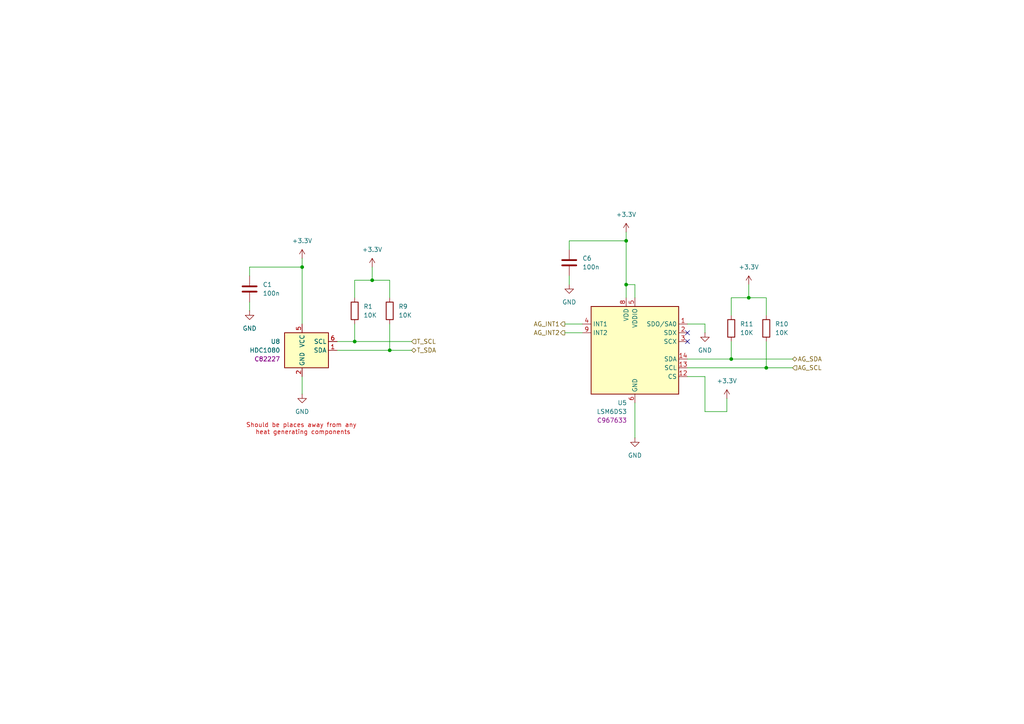
<source format=kicad_sch>
(kicad_sch (version 20250114) (generator "eeschema") (generator_version "9.0")
  (paper "A4")
  (lib_symbols
    (symbol "Device:C" (pin_numbers (hide yes)) (pin_names (offset 0.254))
      (property "Reference" "C" (at 0.635 2.54 0))
      (property "Value" "C" (at 0.635 -2.54 0))
      (symbol "C_0_1"
        (polyline (pts (xy -2.032 0.762) (xy 2.032 0.762)) (stroke (width 0.508)))
        (polyline (pts (xy -2.032 -0.762) (xy 2.032 -0.762)) (stroke (width 0.508)))
      )
      (symbol "C_1_1"
        (pin passive line (at 0 3.81 270) (length 2.794) (name "~") (number "1"))
        (pin passive line (at 0 -3.81 90) (length 2.794) (name "~") (number "2"))
      )
    )
    (symbol "Device:R" (pin_numbers (hide yes)) (pin_names (offset 0))
      (property "Reference" "R" (at 2.032 0 90))
      (property "Value" "R" (at 0 0 90))
      (symbol "R_0_1"
        (rectangle (start -1.016 -2.54) (end 1.016 2.54) (stroke (width 0.254)))
      )
      (symbol "R_1_1"
        (pin passive line (at 0 3.81 270) (length 1.27) (name "~") (number "1"))
        (pin passive line (at 0 -3.81 90) (length 1.27) (name "~") (number "2"))
      )
    )
    (symbol "Sensor_Humidity:HDC1080"
      (property "Reference" "U" (at -6.35 6.35 0))
      (property "Value" "HDC1080" (at 3.81 6.35 0))
      (symbol "HDC1080_0_1"
        (rectangle (start -7.62 5.08) (end 5.08 -5.08) (stroke (width 0.254)) (fill (type background)))
      )
      (symbol "HDC1080_1_1"
        (pin no_connect line (at -7.62 2.54 0) (length 2.54) (hide yes) (name "DAP") (number "7"))
        (pin no_connect line (at -7.62 0 0) (length 2.54) (hide yes) (name "NC") (number "3"))
        (pin no_connect line (at -7.62 -2.54 0) (length 2.54) (hide yes) (name "NC") (number "4"))
        (pin power_in line (at -2.54 7.62 270) (length 2.54) (name "VCC") (number "5"))
        (pin power_in line (at -2.54 -7.62 90) (length 2.54) (name "GND") (number "2"))
        (pin input line (at 7.62 2.54 180) (length 2.54) (name "SCL") (number "6"))
        (pin bidirectional line (at 7.62 0 180) (length 2.54) (name "SDA") (number "1"))
      )
    )
    (symbol "Sensor_Motion:LSM6DS3"
      (property "Reference" "U" (at -11.43 15.24 0))
      (property "Value" "LSM6DS3" (at -11.43 12.7 0))
      (symbol "LSM6DS3_0_1"
        (rectangle (start -12.7 12.7) (end 12.7 -12.7) (stroke (width 0.254)) (fill (type background)))
      )
      (symbol "LSM6DS3_1_1"
        (pin bidirectional line (at -15.24 7.62 0) (length 2.54) (name "SDO/SA0") (number "1"))
        (pin bidirectional line (at -15.24 5.08 0) (length 2.54) (name "SDX") (number "2"))
        (pin input line (at -15.24 2.54 0) (length 2.54) (name "SCX") (number "3"))
        (pin bidirectional line (at -15.24 -2.54 0) (length 2.54) (name "SDA") (number "14"))
        (pin input line (at -15.24 -5.08 0) (length 2.54) (name "SCL") (number "13"))
        (pin input line (at -15.24 -7.62 0) (length 2.54) (name "CS") (number "12"))
        (pin power_in line (at 0 15.24 270) (length 2.54) (name "VDDIO") (number "5"))
        (pin power_in line (at 0 -15.24 90) (length 2.54) (name "GND") (number "6"))
        (pin passive line (at 0 -15.24 90) (length 2.54) (hide yes) (name "GND") (number "7"))
        (pin power_in line (at 2.54 15.24 270) (length 2.54) (name "VDD") (number "8"))
        (pin no_connect line (at 12.7 -2.54 180) (length 3.81) (hide yes) (name "NC") (number "11"))
        (pin no_connect line (at 12.7 -5.08 180) (length 3.81) (hide yes) (name "NC") (number "10"))
        (pin output line (at 15.24 7.62 180) (length 2.54) (name "INT1") (number "4"))
        (pin output line (at 15.24 5.08 180) (length 2.54) (name "INT2") (number "9"))
      )
    )
    (symbol "power:+3.3V" (power) (pin_numbers (hide yes)) (pin_names (offset 0) (hide yes))
      (property "Value" "+3.3V" (at 0 3.556 0))
      (symbol "+3.3V_0_1"
        (polyline (pts (xy -0.762 1.27) (xy 0 2.54)))
        (polyline (pts (xy 0 2.54) (xy 0.762 1.27)))
        (polyline (pts (xy 0 0) (xy 0 2.54)))
      )
      (symbol "+3.3V_1_1"
        (pin power_in line (at 0 0 90) (length 0) (name "~") (number "1"))
      )
    )
    (symbol "power:GND" (power) (pin_numbers (hide yes)) (pin_names (offset 0) (hide yes))
      (property "Value" "GND" (at 0 -3.81 0))
      (symbol "GND_0_1"
        (polyline (pts (xy 0 0) (xy 0 -1.27) (xy 1.27 -1.27) (xy 0 -2.54) (xy -1.27 -1.27) (xy 0 -1.27)))
      )
      (symbol "GND_1_1"
        (pin power_in line (at 0 0 270) (length 0) (name "~") (number "1"))
      )
    )
  )
  (text "Should be places away from any \nheat generating components" (at 87.884 124.46 0) (effects (font (size 1.27 1.27))))
  (junction (at 181.61 82.55))
  (junction (at 181.61 69.85))
  (junction (at 107.95 81.28))
  (junction (at 212.09 104.14))
  (junction (at 113.03 101.6))
  (junction (at 102.87 99.06))
  (junction (at 87.63 77.47))
  (junction (at 217.17 86.36))
  (junction (at 222.25 106.68))
  (no_connect (at 199.39 99.06))
  (no_connect (at 199.39 96.52))
  (wire (pts (xy 204.47 119.38) (xy 204.47 109.22)))
  (wire (pts (xy 217.17 82.55) (xy 217.17 86.36)))
  (wire (pts (xy 199.39 93.98) (xy 204.47 93.98)))
  (wire (pts (xy 204.47 109.22) (xy 199.39 109.22)))
  (wire (pts (xy 113.03 81.28) (xy 113.03 86.36)))
  (wire (pts (xy 165.1 80.01) (xy 165.1 82.55)))
  (wire (pts (xy 102.87 86.36) (xy 102.87 81.28)))
  (wire (pts (xy 204.47 93.98) (xy 204.47 96.52)))
  (wire (pts (xy 210.82 119.38) (xy 204.47 119.38)))
  (wire (pts (xy 87.63 109.22) (xy 87.63 114.3)))
  (wire (pts (xy 222.25 86.36) (xy 217.17 86.36)))
  (wire (pts (xy 222.25 106.68) (xy 199.39 106.68)))
  (wire (pts (xy 113.03 101.6) (xy 119.38 101.6)))
  (wire (pts (xy 212.09 104.14) (xy 229.87 104.14)))
  (wire (pts (xy 212.09 99.06) (xy 212.09 104.14)))
  (wire (pts (xy 181.61 67.31) (xy 181.61 69.85)))
  (wire (pts (xy 210.82 115.57) (xy 210.82 119.38)))
  (wire (pts (xy 212.09 104.14) (xy 199.39 104.14)))
  (wire (pts (xy 163.83 93.98) (xy 168.91 93.98)))
  (wire (pts (xy 72.39 87.63) (xy 72.39 90.17)))
  (wire (pts (xy 184.15 116.84) (xy 184.15 127)))
  (wire (pts (xy 184.15 82.55) (xy 184.15 86.36)))
  (wire (pts (xy 97.79 99.06) (xy 102.87 99.06)))
  (wire (pts (xy 222.25 99.06) (xy 222.25 106.68)))
  (wire (pts (xy 102.87 99.06) (xy 119.38 99.06)))
  (wire (pts (xy 181.61 82.55) (xy 184.15 82.55)))
  (wire (pts (xy 72.39 77.47) (xy 87.63 77.47)))
  (wire (pts (xy 163.83 96.52) (xy 168.91 96.52)))
  (wire (pts (xy 107.95 77.47) (xy 107.95 81.28)))
  (wire (pts (xy 102.87 81.28) (xy 107.95 81.28)))
  (wire (pts (xy 107.95 81.28) (xy 113.03 81.28)))
  (wire (pts (xy 72.39 80.01) (xy 72.39 77.47)))
  (wire (pts (xy 113.03 93.98) (xy 113.03 101.6)))
  (wire (pts (xy 222.25 106.68) (xy 229.87 106.68)))
  (wire (pts (xy 217.17 86.36) (xy 212.09 86.36)))
  (wire (pts (xy 87.63 77.47) (xy 87.63 93.98)))
  (wire (pts (xy 87.63 74.93) (xy 87.63 77.47)))
  (wire (pts (xy 165.1 72.39) (xy 165.1 69.85)))
  (wire (pts (xy 181.61 69.85) (xy 181.61 82.55)))
  (wire (pts (xy 212.09 86.36) (xy 212.09 91.44)))
  (wire (pts (xy 102.87 93.98) (xy 102.87 99.06)))
  (wire (pts (xy 165.1 69.85) (xy 181.61 69.85)))
  (wire (pts (xy 222.25 91.44) (xy 222.25 86.36)))
  (wire (pts (xy 181.61 86.36) (xy 181.61 82.55)))
  (wire (pts (xy 97.79 101.6) (xy 113.03 101.6)))
  (hierarchical_label "T_SCL" (shape input) (at 119.38 99.06 0))
  (hierarchical_label "AG_INT1" (shape output) (at 163.83 93.98 180))
  (hierarchical_label "AG_INT2" (shape output) (at 163.83 96.52 180))
  (hierarchical_label "AG_SDA" (shape bidirectional) (at 229.87 104.14 0))
  (hierarchical_label "T_SDA" (shape bidirectional) (at 119.38 101.6 0))
  (hierarchical_label "AG_SCL" (shape input) (at 229.87 106.68 0))
  (symbol (lib_id "power:+3.3V") (at 87.63 74.93 0) (unit 1)
    (property "Reference" "#PWR01" (effects (hide yes)))
    (property "Value" "+3.3V" (at 87.63 69.85 0))
    (property "Description" "Power symbol creates a global label with name \"+3.3V\"" (effects (hide yes)))
  )
  (symbol (lib_id "Device:R") (at 113.03 90.17 0) (unit 1)
    (property "Reference" "R9" (at 115.57 88.8999 0) (effects (justify left)))
    (property "Value" "10K" (at 115.57 91.4399 0) (effects (justify left)))
    (property "Description" "Resistor" (effects (hide yes)))
  )
  (symbol (lib_id "power:+3.3V") (at 217.17 82.55 0) (mirror y) (unit 1)
    (property "Reference" "#PWR015" (effects (hide yes)))
    (property "Value" "+3.3V" (at 217.17 77.47 0))
    (property "Description" "Power symbol creates a global label with name \"+3.3V\"" (effects (hide yes)))
  )
  (symbol (lib_id "power:+3.3V") (at 181.61 67.31 0) (mirror y) (unit 1)
    (property "Reference" "#PWR012" (effects (hide yes)))
    (property "Value" "+3.3V" (at 181.61 62.23 0))
    (property "Description" "Power symbol creates a global label with name \"+3.3V\"" (effects (hide yes)))
  )
  (symbol (lib_id "Sensor_Motion:LSM6DS3") (at 184.15 101.6 0) (mirror y) (unit 1)
    (property "Reference" "U5" (at 181.864 116.84 0) (effects (justify left)))
    (property "Value" "LSM6DS3" (at 181.864 119.38 0) (effects (justify left)))
    (property "Footprint" "Package_LGA:LGA-14_3x2.5mm_P0.5mm_LayoutBorder3x4y" (effects (hide yes)))
    (property "Datasheet" "https://www.st.com/resource/en/datasheet/lsm6ds3tr-c.pdf" (effects (hide yes)))
    (property "Description" "I2C/SPI, iNEMO inertial module: always-on 3D accelerometer and 3D gyroscope" (effects (hide yes)))
    (property "LCSC" "C967633" (at 181.864 121.92 0) (effects (justify left)))
  )
  (symbol (lib_id "power:+3.3V") (at 107.95 77.47 0) (unit 1)
    (property "Reference" "#PWR03" (effects (hide yes)))
    (property "Value" "+3.3V" (at 107.95 72.39 0))
    (property "Description" "Power symbol creates a global label with name \"+3.3V\"" (effects (hide yes)))
  )
  (symbol (lib_id "Device:C") (at 72.39 83.82 0) (unit 1)
    (property "Reference" "C1" (at 76.2 82.5499 0) (effects (justify left)))
    (property "Value" "100n" (at 76.2 85.0899 0) (effects (justify left)))
    (property "Description" "Unpolarized capacitor" (effects (hide yes)))
  )
  (symbol (lib_id "Device:C") (at 165.1 76.2 0) (mirror y) (unit 1)
    (property "Reference" "C6" (at 168.91 74.9299 0) (effects (justify right)))
    (property "Value" "100n" (at 168.91 77.4699 0) (effects (justify right)))
    (property "Description" "Unpolarized capacitor" (effects (hide yes)))
  )
  (symbol (lib_id "Device:R") (at 102.87 90.17 0) (unit 1)
    (property "Reference" "R1" (at 105.41 88.8999 0) (effects (justify left)))
    (property "Value" "10K" (at 105.41 91.4399 0) (effects (justify left)))
    (property "Description" "Resistor" (effects (hide yes)))
  )
  (symbol (lib_id "Sensor_Humidity:HDC1080") (at 90.17 101.6 0) (unit 1)
    (property "Reference" "U8" (at 81.28 99.06 0) (effects (justify right)))
    (property "Value" "HDC1080" (at 81.28 101.6 0) (effects (justify right)))
    (property "Footprint" "Package_SON:Texas_PWSON-N6" (effects (hide yes)))
    (property "Datasheet" "http://www.ti.com/lit/ds/symlink/hdc1080.pdf" (effects (hide yes)))
    (property "Description" "Low Power,High Accuracy Digital Humidity Sensor with Temperature Sensor" (effects (hide yes)))
    (property "LCSC" "C82227" (at 81.28 104.1401 0) (effects (justify right)))
  )
  (symbol (lib_id "power:GND") (at 165.1 82.55 0) (mirror y) (unit 1)
    (property "Reference" "#PWR016" (effects (hide yes)))
    (property "Value" "GND" (at 165.1 87.63 0))
    (property "Description" "Power symbol creates a global label with name \"GND\" , ground" (effects (hide yes)))
  )
  (symbol (lib_id "power:+3.3V") (at 210.82 115.57 0) (mirror y) (unit 1)
    (property "Reference" "#PWR013" (effects (hide yes)))
    (property "Value" "+3.3V" (at 210.82 110.49 0))
    (property "Description" "Power symbol creates a global label with name \"+3.3V\"" (effects (hide yes)))
  )
  (symbol (lib_id "power:GND") (at 72.39 90.17 0) (unit 1)
    (property "Reference" "#PWR09" (effects (hide yes)))
    (property "Value" "GND" (at 72.39 95.25 0))
    (property "Description" "Power symbol creates a global label with name \"GND\" , ground" (effects (hide yes)))
  )
  (symbol (lib_id "power:GND") (at 87.63 114.3 0) (unit 1)
    (property "Reference" "#PWR02" (effects (hide yes)))
    (property "Value" "GND" (at 87.63 119.38 0))
    (property "Description" "Power symbol creates a global label with name \"GND\" , ground" (effects (hide yes)))
  )
  (symbol (lib_id "power:GND") (at 184.15 127 0) (mirror y) (unit 1)
    (property "Reference" "#PWR010" (effects (hide yes)))
    (property "Value" "GND" (at 184.15 132.08 0))
    (property "Description" "Power symbol creates a global label with name \"GND\" , ground" (effects (hide yes)))
  )
  (symbol (lib_id "power:GND") (at 204.47 96.52 0) (mirror y) (unit 1)
    (property "Reference" "#PWR014" (effects (hide yes)))
    (property "Value" "GND" (at 204.47 101.6 0))
    (property "Description" "Power symbol creates a global label with name \"GND\" , ground" (effects (hide yes)))
  )
  (symbol (lib_id "Device:R") (at 222.25 95.25 0) (mirror y) (unit 1)
    (property "Reference" "R10" (at 224.79 93.9799 0) (effects (justify right)))
    (property "Value" "10K" (at 224.79 96.5199 0) (effects (justify right)))
    (property "Description" "Resistor" (effects (hide yes)))
  )
  (symbol (lib_id "Device:R") (at 212.09 95.25 0) (mirror y) (unit 1)
    (property "Reference" "R11" (at 214.63 93.9799 0) (effects (justify right)))
    (property "Value" "10K" (at 214.63 96.5199 0) (effects (justify right)))
    (property "Description" "Resistor" (effects (hide yes)))
  )
)
</source>
